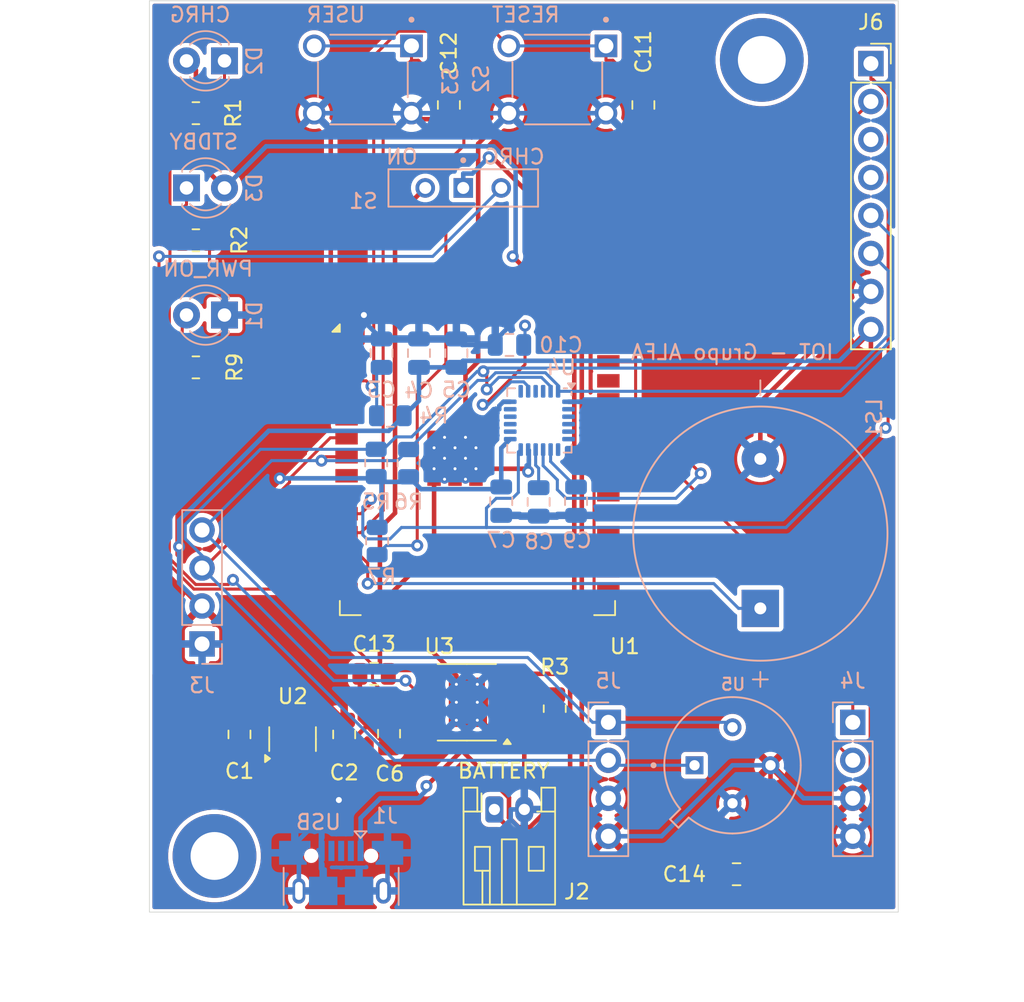
<source format=kicad_pcb>
(kicad_pcb (version 20241229) (generator "pcbnew") (generator_version "9.0")
  (layers (0 "F.Cu" signal) (2 "B.Cu" signal) (13 "F.Paste" user) (15 "B.Paste" user) (5 "F.SilkS" user "F.Silkscreen") (7 "B.SilkS" user "B.Silkscreen") (1 "F.Mask" user) (3 "B.Mask" user) (25 "Edge.Cuts" user))
  (net 0 "")
  (net 1 "Net-(U2-EN)")
  (net 2 "GND")
  (net 3 "3.3V")
  (net 4 "EN")
  (net 5 "5V")
  (net 6 "Net-(U4-REGOUT)")
  (net 7 "Net-(U4-VLOGIC)")
  (net 8 "Net-(U4-CPOUT)")
  (net 9 "BUTTON")
  (net 10 "B+_CHRG")
  (net 11 "Net-(D1-A)")
  (net 12 "Net-(D2-K)")
  (net 13 "Net-(D3-K)")
  (net 17 "B+")
  (net 18 "SDA")
  (net 19 "SCL")
  (net 20 "RXD0")
  (net 21 "TXD0")
  (net 22 "BUZZ+")
  (net 23 "CHRG_LED")
  (net 24 "STDBY_LED")
  (net 25 "Net-(U3-PROG)")
  (net 39 "AD0")
  (net 49 "INT")
  (footprint "Resistor_SMD:R_0805_2012Metric" (layer "F.Cu") (at 46.0875 46.5)
    (property "Reference" "R2")
    (property "Value" "1k")
  )
  (footprint "MountingHole:MountingHole_3.2mm_M3_DIN965_Pad" (layer "F.Cu") (at 47.331758 87.678711)
    (property "Reference" "REF**" (hide yes))
    (property "Value" "MountingHole_3.2mm_M3_DIN965_Pad")
  )
  (footprint "Capacitor_SMD:C_0805_2012Metric" (layer "F.Cu") (at 59 79.5 -90)
    (property "Reference" "C6")
    (property "Value" "100nF")
  )
  (footprint "RF_Module:ESP32-WROOM-32E-USER" (layer "F.Cu") (at 64.91 58.62)
    (property "Reference" "U1")
    (property "Value" "ESP32-WROOM-32E")
  )
  (footprint "Resistor_SMD:R_0805_2012Metric" (layer "F.Cu") (at 46.0875 55 180)
    (property "Reference" "R9")
    (property "Value" "1k")
  )
  (footprint "Capacitor_SMD:C_0805_2012Metric" (layer "F.Cu") (at 76 37.45 -90)
    (property "Reference" "C11")
    (property "Value" "0.1u")
  )
  (footprint "Capacitor_SMD:C_0805_2012Metric" (layer "F.Cu") (at 49 79.55 90)
    (property "Reference" "C1")
    (property "Value" "1u")
  )
  (footprint "Capacitor_SMD:C_0805_2012Metric" (layer "F.Cu") (at 56 79.55 -90)
    (property "Reference" "C2")
    (property "Value" "1u")
  )
  (footprint "Connector_JST:JST_PH_S2B-PH-K_1x02_P2.00mm_Horizontal" (layer "F.Cu") (at 66.04 84.568)
    (property "Reference" "J2")
    (property "Value" "Conn_01x02_Socket")
  )
  (footprint "Package_SO:SOIC-8-1EP_3.9x4.9mm_P1.27mm_EP2.41x3.3mm_ThermalVias" (layer "F.Cu") (at 64.2 77.4 180)
    (property "Reference" "U3")
    (property "Value" "TP4056-42-ESOP8")
  )
  (footprint "MountingHole:MountingHole_3.2mm_M3_DIN965_Pad" (layer "F.Cu") (at 83.917682 34.436394)
    (property "Reference" "REF**" (hide yes))
    (property "Value" "MountingHole_3.2mm_M3_DIN965_Pad")
  )
  (footprint "Connector_PinSocket_2.54mm:PinSocket_1x08_P2.54mm_Vertical" (layer "F.Cu") (at 91.2121 34.6811)
    (property "Reference" "J6")
    (property "Value" "Conn_01x08_Socket")
  )
  (footprint "Package_TO_SOT_SMD:SOT-23-5" (layer "F.Cu") (at 52.55 79.8625 90)
    (property "Reference" "U2")
    (property "Value" "AP2112K-3.3")
  )
  (footprint "Resistor_SMD:R_0805_2012Metric" (layer "F.Cu") (at 46.0875 38 180)
    (property "Reference" "R1")
    (property "Value" "1k")
  )
  (footprint "Capacitor_SMD:C_0805_2012Metric" (layer "F.Cu") (at 63 37.45 -90)
    (property "Reference" "C12")
    (property "Value" "100n")
  )
  (footprint "Resistor_SMD:R_0805_2012Metric" (layer "F.Cu") (at 70.0768 77.8275 -90)
    (property "Reference" "R3")
    (property "Value" "4k")
  )
  (footprint "Capacitor_SMD:C_0805_2012Metric" (layer "F.Cu") (at 58 75.5 180)
    (property "Reference" "C13")
    (property "Value" "10")
  )
  (footprint "Capacitor_SMD:C_0805_2012Metric" (layer "F.Cu") (at 82.23 88.9 180)
    (property "Reference" "C14")
    (property "Value" "100n")
  )
  (footprint "Connector_USB:USB_Micro-B_XKB_U254-051T-4BH83-F1S" (layer "B.Cu") (at 55.797299 89.627066 180)
    (property "Reference" "J1")
    (property "Value" "USB_B_Micro")
  )
  (footprint "LED_THT:LED_D3.0mm" (layer "B.Cu") (at 48 51.5 180)
    (property "Reference" "D1")
    (property "Value" "LED GREEN")
  )
  (footprint "Capacitor_SMD:C_0805_2012Metric" (layer "B.Cu") (at 58.5 54.05 90)
    (property "Reference" "C3")
    (property "Value" "1u")
  )
  (footprint "Connector_PinSocket_2.54mm:PinSocket_1x04_P2.54mm_Vertical" (layer "B.Cu") (at 90 78.74 180)
    (property "Reference" "J4")
    (property "Value" "Conn_01x04_Socket")
  )
  (footprint "Capacitor_SMD:C_0805_2012Metric" (layer "B.Cu") (at 61 54.05 90)
    (property "Reference" "C4")
    (property "Value" "0.1u")
  )
  (footprint "TS02-66-60-BK-160-LCR-D:SW_TS02-66-60-BK-160-LCR-D" (layer "B.Cu") (at 70.25 35.75 180)
    (property "Reference" "S2")
    (property "Value" "TS02-66-60-BK-160-LCR-D")
  )
  (footprint "Capacitor_SMD:C_0805_2012Metric" (layer "B.Cu") (at 66.5 63.95 -90)
    (property "Reference" "C7")
    (property "Value" "0.1u")
  )
  (footprint "Resistor_SMD:R_0805_2012Metric" (layer "B.Cu") (at 59.0839 58.2364 180)
    (property "Reference" "R4")
    (property "Value" "10k")
  )
  (footprint "Resistor_SMD:R_0805_2012Metric" (layer "B.Cu") (at 60.3059 61.406 90)
    (property "Reference" "R6")
    (property "Value" "2.2k")
  )
  (footprint "Connector_PinSocket_2.54mm:PinSocket_1x04_P2.54mm_Vertical" (layer "B.Cu") (at 73.66 78.74 180)
    (property "Reference" "J5")
    (property "Value" "Conn_01x04_Socket")
  )
  (footprint "Capacitor_SMD:C_0805_2012Metric" (layer "B.Cu") (at 63.5 54.05 90)
    (property "Reference" "C5")
    (property "Value" "22u")
  )
  (footprint "Capacitor_SMD:C_0805_2012Metric" (layer "B.Cu") (at 67.05 53.5 180)
    (property "Reference" "C10")
    (property "Value" "2.2n")
  )
  (footprint "LED_THT:LED_D3.0mm" (layer "B.Cu") (at 45.46 43)
    (property "Reference" "D3")
    (property "Value" "LED BLUE")
  )
  (footprint "Capacitor_SMD:C_0805_2012Metric" (layer "B.Cu") (at 69 64 -90)
    (property "Reference" "C8")
    (property "Value" "0.1u")
  )
  (footprint "CPT-1796-3TH:SPKR_CPT-1796-3TH" (layer "B.Cu") (at 83.82 66.12 90)
    (property "Reference" "LS1")
    (property "Value" "CPT-1796-3TH")
  )
  (footprint "Resistor_SMD:R_0805_2012Metric" (layer "B.Cu") (at 58.1409 61.3923 90)
    (property "Reference" "R5")
    (property "Value" "2.2k")
  )
  (footprint "LED_THT:LED_D3.0mm" (layer "B.Cu") (at 48 34.5 180)
    (property "Reference" "D2")
    (property "Value" "LED RED")
  )
  (footprint "Sensor_Motion:InvenSense_QFN-24_4x4mm_P0.5mm" (layer "B.Cu") (at 69.05 58.55 180)
    (property "Reference" "U4")
    (property "Value" "MPU-6050")
  )
  (footprint "Connector_PinSocket_2.54mm:PinSocket_1x04_P2.54mm_Vertical" (layer "B.Cu") (at 46.5 73.5)
    (property "Reference" "J3")
    (property "Value" "Conn_01x04_Socket")
  )
  (footprint "Capacitor_SMD:C_0805_2012Metric" (layer "B.Cu") (at 71.5 63.95 -90)
    (property "Reference" "C9")
    (property "Value" "10n")
  )
  (footprint "MSS-102559-14A-D:SW_MSS-102559-14A-D" (layer "B.Cu") (at 63.96 43)
    (property "Reference" "S1")
    (property "Value" "MSS-102559-14A-D")
  )
  (footprint "Resistor_SMD:R_0805_2012Metric" (layer "B.Cu") (at 58.2033 66.6158 -90)
    (property "Reference" "R7")
    (property "Value" "5k")
  )
  (footprint "TS02-66-60-BK-160-LCR-D:SW_TS02-66-60-BK-160-LCR-D" (layer "B.Cu") (at 57.25 35.75 180)
    (property "Reference" "S3")
    (property "Value" "TS02-66-60-BK-160-LCR-D")
  )
  (footprint "MLX90614ESF-AAA-000-TU:TO254P912H435-4" (layer "B.Cu") (at 81.96 81.6137)
    (property "Reference" "U5")
    (property "Value" "MLX90614ESF-AAA-000-TU")
  )
  (gr_rect (start 42.98 30.48) (end 93.040426 91.434509) (stroke (width 0.05)) (fill no) (layer "Edge.Cuts"))
  (gr_text "BATTERY" (at 63.5 82.569487 0) (layer "F.SilkS") (effects (font (size 1 1)) (justify left bottom)))
  (gr_text "ON\n" (at 61 41.5 -0) (layer "B.SilkS") (effects (font (size 1 1)) (justify left bottom mirror)))
  (gr_text "USB" (at 55.88 86 0) (layer "B.SilkS") (effects (font (size 1 1)) (justify left bottom mirror)))
  (gr_text "CHRG" (at 69.5 41.5 -0) (layer "B.SilkS") (effects (font (size 1 1)) (justify left bottom mirror)))
  (gr_text "PWR_ON" (at 50 49 0) (layer "B.SilkS") (effects (font (size 1 1)) (justify left bottom mirror)))
  (gr_text "RESET" (at 70.5 32 0) (layer "B.SilkS") (effects (font (size 1 1)) (justify left bottom mirror)))
  (gr_text "IOT - Grupo ALFA" (at 88.801282 54.578086 0) (layer "B.SilkS") (effects (font (size 1 1)) (justify left bottom mirror)))
  (gr_text "USER" (at 57.5 32 0) (layer "B.SilkS") (effects (font (size 1 1)) (justify left bottom mirror)))
  (gr_text "STDBY" (at 49 40.5 0) (layer "B.SilkS") (effects (font (size 1 1)) (justify left bottom mirror)))
  (gr_text "CHRG" (at 48.5 32 0) (layer "B.SilkS") (effects (font (size 1 1)) (justify left bottom mirror)))
  (segment (start 43.6207 75.1207) (end 43.6207 47.5792) (width 0.2032) (layer "F.Cu") (net 1))
  (segment (start 52.9017 81.97) (end 52.2289 81.97) (width 0.2032) (layer "F.Cu") (net 1))
  (segment (start 52.2289 81.97) (end 51.6 81.3411) (width 0.2032) (layer "F.Cu") (net 1))
  (segment (start 49.5 81) (end 49 80.5) (width 0.2032) (layer "F.Cu") (net 1))
  (segment (start 51.6 81.3411) (end 51.6 81) (width 0.2032) (layer "F.Cu") (net 1))
  (segment (start 53.5 81) (end 53.5 81.3717) (width 0.2032) (layer "F.Cu") (net 1))
  (segment (start 53.5 81.3717) (end 52.9017 81.97) (width 0.2032) (layer "F.Cu") (net 1))
  (segment (start 51.6 81) (end 49.5 81) (width 0.2032) (layer "F.Cu") (net 1))
  (segment (start 49 80.5) (end 43.6207 75.1207) (width 0.2032) (layer "F.Cu") (net 1))
  (via (at 43.6207 47.5792) (size 0.8) (drill 0.4) (layers "F.Cu" "B.Cu") (net 1))
  (segment (start 43.6207 47.5792) (end 61.9208 47.5792) (width 0.2032) (layer "B.Cu") (net 1))
  (segment (start 61.9208 47.5792) (end 66.5 43) (width 0.2032) (layer "B.Cu") (net 1))
  (segment (start 66.675 76.765) (end 65.465 76.765) (width 0.3048) (layer "F.Cu") (net 2))
  (segment (start 63 38.4) (end 60.9 38.4) (width 0.3048) (layer "F.Cu") (net 2))
  (segment (start 59.195 70.5917) (end 59.195 71.12) (width 0.3048) (layer "F.Cu") (net 2))
  (segment (start 81.28 88.9) (end 81.28 84.8337) (width 0.3048) (layer "F.Cu") (net 2))
  (segment (start 91.2121 49.9211) (end 83.82 57.3132) (width 0.3048) (layer "F.Cu") (net 2))
  (segment (start 64.81 59.68) (end 64.81 60.38) (width 0.3048) (layer "F.Cu") (net 2))
  (segment (start 63.5 78.6) (end 63.5 77.4) (width 0.3048) (layer "F.Cu") (net 2))
  (segment (start 62.01 62.48) (end 62.01 61.78) (width 0.3048) (layer "F.Cu") (net 2))
  (segment (start 57.525 78.975) (end 59 80.45) (width 0.3048) (layer "F.Cu") (net 2))
  (segment (start 56 80.5) (end 55.6445 80.5) (width 0.3048) (layer "F.Cu") (net 2))
  (segment (start 59.195 72.1765) (end 60.0589 72.1765) (width 0.3048) (layer "F.Cu") (net 2))
  (segment (start 74.7165 39.2165) (end 75.1835 39.2165) (width 0.3048) (layer "F.Cu") (net 2))
  (segment (start 64.11 61.08) (end 64.11 62.48) (width 0.3048) (layer "F.Cu") (net 2))
  (segment (start 50.2625 79.8625) (end 51.809 79.8625) (width 0.3048) (layer "F.Cu") (net 2))
  (segment (start 59.195 70.5917) (end 59.195 70.0635) (width 0.3048) (layer "F.Cu") (net 2))
  (segment (start 52.55 80.6035) (end 52.55 81) (width 0.3048) (layer "F.Cu") (net 2))
  (segment (start 60.0589 72.1765) (end 63.5 75.6176) (width 0.3048) (layer "F.Cu") (net 2))
  (segment (start 59.195 71.12) (end 59.195 72.1765) (width 0.3048) (layer "F.Cu") (net 2))
  (segment (start 57.05 75.5) (end 57.05 78.5) (width 0.3048) (layer "F.Cu") (net 2))
  (segment (start 55.6445 80.5) (end 55.1707 80.0262) (width 0.3048) (layer "F.Cu") (net 2))
  (segment (start 62.01 60.38) (end 62.01 61.08) (width 0.3048) (layer "F.Cu") (net 2))
  (segment (start 53.1273 80.0262) (end 52.55 80.6035) (width 0.3048) (layer "F.Cu") (net 2))
  (segment (start 68.04 84.568) (end 68.04 80.67) (width 0.3048) (layer "F.Cu") (net 2))
  (segment (start 65.3929 77.6956) (end 65.465 77.6235) (width 0.3048) (layer "F.Cu") (net 2))
  (segment (start 64.81 61.78) (end 64.81 62.48) (width 0.3048) (layer "F.Cu") (net 2))
  (segment (start 75.1835 39.2165) (end 76 38.4) (width 0.3048) (layer "F.Cu") (net 2))
  (segment (start 46.5 73.5) (end 46.5 74.6565) (width 0.3048) (layer "F.Cu") (net 2))
  (segment (start 64.9582 40.0418) (end 64.9582 54.6111) (width 0.3048) (layer "F.Cu") (net 2))
  (segment (start 65.3944 78.3759) (end 65.3929 78.3744) (width 0.3048) (layer "F.Cu") (net 2))
  (segment (start 57.3188 51.5) (end 57.2165 51.6023) (width 0.3048) (layer "F.Cu") (net 2))
  (segment (start 65.3929 78.3744) (end 65.3929 77.6956) (width 0.3048) (layer "F.Cu") (net 2))
  (segment (start 55.6445 80.5) (end 55.6445 83.937) (width 0.3048) (layer "F.Cu") (net 2))
  (segment (start 56.16 53.36) (end 57.2165 53.36) (width 0.3048) (layer "F.Cu") (net 2))
  (segment (start 55.1035 39.1035) (end 54 38) (width 0.3048) (layer "F.Cu") (net 2))
  (segment (start 65.3944 78.8631) (end 65.3944 78.3759) (width 0.3048) (layer "F.Cu") (net 2))
  (segment (start 63.5 76.2) (end 63.5 77.4) (width 0.3048) (layer "F.Cu") (net 2))
  (segment (start 65.8363 79.305) (end 65.3944 78.8631) (width 0.3048) (layer "F.Cu") (net 2))
  (segment (start 68.04 80.67) (end 66.675 79.305) (width 0.3048) (layer "F.Cu") (net 2))
  (segment (start 63.5 75.6176) (end 63.5 76.2) (width 0.3048) (layer "F.Cu") (net 2))
  (segment (start 64.81 61.78) (end 64.81 61.08) (width 0.3048) (layer "F.Cu") (net 2))
  (segment (start 57.05 78.5) (end 57.525 78.975) (width 0.3048) (layer "F.Cu") (net 2))
  (segment (start 56.16 53.36) (end 55.1035 53.36) (width 0.3048) (layer "F.Cu") (net 2))
  (segment (start 81.28 84.8337) (end 81.96 84.1537) (width 0.3048) (layer "F.Cu") (net 2))
  (segment (start 63.41 59.68) (end 63.41 60.38) (width 0.3048) (layer "F.Cu") (net 2))
  (segment (start 59.195 70.0635) (end 62.01 67.2485) (width 0.3048) (layer "F.Cu") (net 2))
  (segment (start 63.41 62.48) (end 63.41 61.78) (width 0.3048) (layer "F.Cu") (net 2))
  (segment (start 64.2 77.4) (end 64.9 77.4) (width 0.3048) (layer "F.Cu") (net 2))
  (segment (start 64.9582 54.6111) (end 64.11 55.4593) (width 0.3048) (layer "F.Cu") (net 2))
  (segment (start 64.11 55.4593) (end 64.11 59.68) (width 0.3048) (layer "F.Cu") (net 2))
  (segment (start 49 78.6) (end 50.2625 79.8625) (width 0.3048) (layer "F.Cu") (net 2))
  (segment (start 67 38) (end 64.9582 40.0418) (width 0.3048) (layer "F.Cu") (net 2))
  (segment (start 55.1707 80.0262) (end 53.1273 80.0262) (width 0.3048) (layer "F.Cu") (net 2))
  (segment (start 73.5 38) (end 74.7165 39.2165) (width 0.3048) (layer "F.Cu") (net 2))
  (segment (start 62.01 61.08) (end 62.01 61.78) (width 0.3048) (layer "F.Cu") (net 2))
  (segment (start 64.9 77.4) (end 64.9 76.2) (width 0.3048) (layer "F.Cu") (net 2))
  (segment (start 66.825 76.915) (end 66.675 76.765) (width 0.3048) (layer "F.Cu") (net 2))
  (segment (start 68.3 61.9745) (end 68.1055 61.78) (width 0.3048) (layer "F.Cu") (net 2))
  (segment (start 83.82 57.3132) (end 83.82 61.12) (width 0.3048) (layer "F.Cu") (net 2))
  (segment (start 73.66 53.36) (end 74.7165 53.36) (width 0.3048) (layer "F.Cu") (net 2))
  (segment (start 68.1055 61.78) (end 64.81 61.78) (width 0.3048) (layer "F.Cu") (net 2))
  (segment (start 65.465 76.765) (end 64.9 76.2) (width 0.3048) (layer "F.Cu") (net 2))
  (segment (start 56 80.5) (end 57.525 78.975) (width 0.3048) (layer "F.Cu") (net 2))
  (segment (start 60.9 38.4) (end 60.5 38) (width 0.3048) (layer "F.Cu") (net 2))
  (segment (start 46.5 76.1) (end 49 78.6) (width 0.3048) (layer "F.Cu") (net 2))
  (segment (start 62.01 59.68) (end 62.01 60.38) (width 0.3048) (layer "F.Cu") (net 2))
  (segment (start 62.01 67.2485) (end 62.01 62.48) (width 0.3048) (layer "F.Cu") (net 2))
  (segment (start 51.809 79.8625) (end 52.55 80.6035) (width 0.3048) (layer "F.Cu") (net 2))
  (segment (start 70.0768 76.915) (end 66.825 76.915) (width 0.3048) (layer "F.Cu") (net 2))
  (segment (start 57.2165 51.6023) (end 57.2165 53.36) (width 0.3048) (layer "F.Cu") (net 2))
  (segment (start 64.81 61.08) (end 64.81 60.38) (width 0.3048) (layer "F.Cu") (net 2))
  (segment (start 46.5 74.6565) (end 46.5 76.1) (width 0.3048) (layer "F.Cu") (net 2))
  (segment (start 55.1035 53.36) (end 55.1035 39.1035) (width 0.3048) (layer "F.Cu") (net 2))
  (segment (start 64.9 78.6) (end 64.9 77.4) (width 0.3048) (layer "F.Cu") (net 2))
  (segment (start 74.7165 39.2165) (end 74.7165 53.36) (width 0.3048) (layer "F.Cu") (net 2))
  (segment (start 66.675 79.305) (end 65.8363 79.305) (width 0.3048) (layer "F.Cu") (net 2))
  (segment (start 65.465 77.6235) (end 65.465 76.765) (width 0.3048) (layer "F.Cu") (net 2))
  (segment (start 63.41 60.38) (end 63.41 61.08) (width 0.3048) (layer "F.Cu") (net 2))
  (segment (start 62.71 59.68) (end 62.71 61.08) (width 0.3048) (layer "F.Cu") (net 2))
  (segment (start 63.41 61.08) (end 63.41 61.78) (width 0.3048) (layer "F.Cu") (net 2))
  (via (at 55.6445 83.937) (size 0.8) (drill 0.4) (layers "F.Cu" "B.Cu") (net 2))
  (via (at 57.3188 51.5) (size 0.8) (drill 0.4) (layers "F.Cu" "B.Cu") (net 2))
  (via (at 68.3 61.9745) (size 0.8) (drill 0.4) (layers "F.Cu" "B.Cu") (net 2))
  (segment (start 58.622299 90.017066) (end 56.997299 90.017066) (width 0.3048) (layer "B.Cu") (net 2))
  (segment (start 66.368 57.8023) (end 66.368 57.5702) (width 0.3004) (layer "B.Cu") (net 2))
  (segment (start 67.1335 84.568) (end 67.1335 85.2479) (width 0.3048) (layer "B.Cu") (net 2))
  (segment (start 91.2121 49.9211) (end 69.3747 49.9211) (width 0.3048) (layer "B.Cu") (net 2))
  (segment (start 57.3188 51.9188) (end 57.3188 51.5) (width 0.3048) (layer "B.Cu") (net 2))
  (segment (start 52.972299 87.742066) (end 52.697299 87.467066) (width 0.3048) (layer "B.Cu") (net 2))
  (segment (start 68.3447 60.5447) (end 68.3 60.5) (width 0.3004) (layer "B.Cu") (net 2))
  (segment (start 63.5 77.4) (end 64.2 77.4) (width 0.3048) (layer "B.Cu") (net 2))
  (segment (start 73.5 38) (end 67 38) (width 0.3048) (layer "B.Cu") (net 2))
  (segment (start 63.41 60.38) (end 62.01 60.38) (width 0.3048) (layer "B.Cu") (net 2))
  (segment (start 90 86.36) (end 84.1663 86.36) (width 0.3048) (layer "B.Cu") (net 2))
  (segment (start 67.1 57.3) (end 66.6432 57.3) (width 0.3048) (layer "B.Cu") (net 2))
  (segment (start 64.11 61.08) (end 63.41 61.08) (width 0.3048) (layer "B.Cu") (net 2))
  (segment (start 64.9 77.4) (end 64.2 77.4) (width 0.3048) (layer "B.Cu") (net 2))
  (segment (start 61 53.1) (end 63.5 53.1) (width 0.3048) (layer "B.Cu") (net 2))
  (segment (start 71.5 64.9) (end 80.04 64.9) (width 0.3048) (layer "B.Cu") (net 2))
  (segment (start 81.96 84.1537) (end 78.5878 87.5259) (width 0.3048) (layer "B.Cu") (net 2))
  (segment (start 71.5 64.9) (end 71.45 64.95) (width 0.3048) (layer "B.Cu") (net 2))
  (segment (start 54 38) (end 60.5 38) (width 0.3048) (layer "B.Cu") (net 2))
  (segment (start 52.697299 86.884201) (end 54.497299 85.084201) (width 0.3048) (layer "B.Cu") (net 2))
  (segment (start 67.1335 85.2479) (end 64.9545 87.4269) (width 0.3048) (layer "B.Cu") (net 2))
  (segment (start 66.368 57.8023) (end 65.9877 57.8023) (width 0.3048) (layer "B.Cu") (net 2))
  (segment (start 52.697299 87.467066) (end 52.697299 86.884201) (width 0.3048) (layer "B.Cu") (net 2))
  (segment (start 54.497299 87.342066) (end 54.497299 85.084201) (width 0.3048) (layer "B.Cu") (net 2))
  (segment (start 54.597299 90.017066) (end 52.972299 90.017066) (width 0.3048) (layer "B.Cu") (net 2))
  (segment (start 56.997299 90.017066) (end 54.597299 90.017066) (width 0.3048) (layer "B.Cu") (net 2))
  (segment (start 69 64.95) (end 66.55 64.95) (width 0.3048) (layer "B.Cu") (net 2))
  (segment (start 78.5878 87.5259) (end 69.4115 87.5259) (width 0.3048) (layer "B.Cu") (net 2))
  (segment (start 64.81 61.78) (end 63.41 61.78) (width 0.3048) (layer "B.Cu") (net 2))
  (segment (start 68.04 84.568) (end 72.912 84.568) (width 0.3048) (layer "B.Cu") (net 2))
  (segment (start 58.897299 89.742066) (end 58.622299 90.017066) (width 0.3048) (layer "B.Cu") (net 2))
  (segment (start 68.3447 61.1892) (end 68.3447 60.5447) (width 0.3004) (layer "B.Cu") (net 2))
  (segment (start 66.368 57.5702) (end 66.6382 57.3) (width 0.3004) (layer "B.Cu") (net 2))
  (segment (start 54.497299 85.084201) (end 55.6445 83.937) (width 0.3048) (layer "B.Cu") (net 2))
  (segment (start 66.1 53.1958) (end 66.1 53.5) (width 0.3048) (layer "B.Cu") (net 2))
  (segment (start 63.9 53.5) (end 63.5 53.1) (width 0.3048) (layer "B.Cu") (net 2))
  (segment (start 68.3447 61.1892) (end 68.3447 61.9298) (width 0.3048) (layer "B.Cu") (net 2))
  (segment (start 48 51.5) (end 57.3188 51.5) (width 0.3048) (layer "B.Cu") (net 2))
  (segment (start 71.45 64.95) (end 69 64.95) (width 0.3048) (layer "B.Cu") (net 2))
  (segment (start 65.9877 57.8023) (end 64.11 59.68) (width 0.3048) (layer "B.Cu") (net 2))
  (segment (start 69.3747 49.9211) (end 66.1 53.1958) (width 0.3048) (layer "B.Cu") (net 2))
  (segment (start 62.71 59.68) (end 64.11 59.68) (width 0.3048) (layer "B.Cu") (net 2))
  (segment (start 66.6382 57.3) (end 66.6432 57.3) (width 0.3004) (layer "B.Cu") (net 2))
  (segment (start 66.1 53.5) (end 63.9 53.5) (width 0.3048) (layer "B.Cu") (net 2))
  (segment (start 69.4115 87.5259) (end 67.1335 85.2479) (width 0.3048) (layer "B.Cu") (net 2))
  (segment (start 72.912 84.568) (end 73.66 83.82) (width 0.3048) (layer "B.Cu") (net 2))
  (segment (start 58.5 53.1) (end 61 53.1) (width 0.3048) (layer "B.Cu") (net 2))
  (segment (start 58.5 53.1) (end 57.3188 51.9188) (width 0.3048) (layer "B.Cu") (net 2))
  (segment (start 84.1663 86.36) (end 81.96 84.1537) (width 0.3048) (layer "B.Cu") (net 2))
  (segment (start 60.5 38) (end 67 38) (width 0.3048) (layer "B.Cu") (net 2))
  (segment (start 63.41 60.38) (end 63.41 61.08) (width 0.3048) (layer "B.Cu") (net 2))
  (segment (start 52.972299 90.017066) (end 52.972299 87.742066) (width 0.3048) (layer "B.Cu") (net 2))
  (segment (start 63.41 61.08) (end 62.71 61.08) (width 0.3048) (layer "B.Cu") (net 2))
  (segment (start 68.04 84.568) (end 67.1335 84.568) (width 0.3048) (layer "B.Cu") (net 2))
  (segment (start 80 57.3) (end 83.82 61.12) (width 0.3048) (layer "B.Cu") (net 2))
  (segment (start 66.55 64.95) (end 66.5 64.9) (width 0.3048) (layer "B.Cu") (net 2))
  (segment (start 62.71 62.48) (end 64.11 62.48) (width 0.3048) (layer "B.Cu") (net 2))
  (segment (start 68.3447 61.9298) (end 68.3 61.9745) (width 0.3048) (layer "B.Cu") (net 2))
  (segment (start 58.897299 87.467066) (end 58.897299 89.742066) (width 0.3048) (layer "B.Cu") (net 2))
  (segment (start 80.04 64.9) (end 83.82 61.12) (width 0.3048) (layer "B.Cu") (net 2))
  (segment (start 71 57.3) (end 80 57.3) (width 0.3048) (layer "B.Cu") (net 2))
  (segment (start 46.5 70.96) (end 51.5999 76.0599) (width 0.3048) (layer "F.Cu") (net 3))
  (segment (start 84.5 81.6137) (end 84.5 87.58) (width 0.3048) (layer "F.Cu") (net 3))
  (segment (start 53.3635 60.7487) (end 53.3635 54.63) (width 0.3048) (layer "F.Cu") (net 3))
  (segment (start 51.5999 77.7286) (end 51.6 77.7286) (width 0.3048) (layer "F.Cu") (net 3))
  (segment (start 51.6 77.7286) (end 55.1286 77.7286) (width 0.3048) (layer "F.Cu") (net 3))
  (segment (start 84.5 87.58) (end 83.18 88.9) (width 0.3048) (layer "F.Cu") (net 3))
  (segment (start 44.968 57.032) (end 47 55) (width 0.3048) (layer "F.Cu") (net 3))
  (segment (start 44.968 66.9873) (end 44.968 57.032) (width 0.3048) (layer "F.Cu") (net 3))
  (segment (start 91.2121 82.6079) (end 91.2121 52.4611) (width 0.3048) (layer "F.Cu") (net 3))
  (segment (start 52.9935 55) (end 53.3635 54.63) (width 0.3048) (layer "F.Cu") (net 3))
  (segment (start 90 83.82) (end 91.2121 82.6079) (width 0.3048) (layer "F.Cu") (net 3))
  (segment (start 51.6925 62.4197) (end 53.3635 60.7487) (width 0.3048) (layer "F.Cu") (net 3))
  (segment (start 51.5999 76.0599) (end 51.5999 77.7286) (width 0.3048) (layer "F.Cu") (net 3))
  (segment (start 51.6 77.7286) (end 51.6 78.725) (width 0.3048) (layer "F.Cu") (net 3))
  (segment (start 47 55) (end 52.9935 55) (width 0.3048) (layer "F.Cu") (net 3))
  (segment (start 56.16 54.63) (end 53.3635 54.63) (width 0.3048) (layer "F.Cu") (net 3))
  (segment (start 46.7935 54.7935) (end 47 55) (width 0.3048) (layer "F.Cu") (net 3))
  (segment (start 55.1286 77.7286) (end 56 78.6) (width 0.3048) (layer "F.Cu") (net 3))
  (via (at 44.968 66.9873) (size 0.8) (drill 0.4) (layers "F.Cu" "B.Cu") (net 3))
  (via (at 51.6925 62.4197) (size 0.8) (drill 0.4) (layers "F.Cu" "B.Cu") (net 3))
  (segment (start 58.2558 62.4197) (end 58.1409 62.4197) (width 0.3048) (layer "B.Cu") (net 3))
  (segment (start 58.4943 62.6582) (end 59.9662 62.6582) (width 0.3048) (layer "B.Cu") (net 3))
  (segment (start 58.4943 62.6582) (end 58.2558 62.4197) (width 0.3048) (layer "B.Cu") (net 3))
  (segment (start 58.1409 62.4197) (end 58.1409 62.3048) (width 0.3048) (layer "B.Cu") (net 3))
  (segment (start 58.1409 62.4197) (end 51.6925 62.4197) (width 0.3048) (layer "B.Cu") (net 3))
  (segment (start 58.2033 65.7033) (end 58.4943 65.4123) (width 0.3048) (layer "B.Cu") (net 3))
  (segment (start 66.5 63) (end 66.3548 63.1452) (width 0.3048) (layer "B.Cu") (net 3))
  (segment (start 61 55) (end 63.5 55) (width 0.3048) (layer "B.Cu") (net 3))
  (segment (start 63.9397 54.5603) (end 63.5 55) (width 0.3048) (layer "B.Cu") (net 3))
  (segment (start 66.5 60.4) (end 66.5 63) (width 0.3048) (layer "B.Cu") (net 3))
  (segment (start 44.968 65.2325) (end 44.968 66.9873) (width 0.3048) (layer "B.Cu") (net 3))
  (segment (start 77.2137 86.36) (end 81.96 81.6137) (width 0.3048) (layer "B.Cu") (net 3))
  (segment (start 58.9889 59.2439) (end 50.9566 59.2439) (width 0.3048) (layer "B.Cu") (net 3))
  (segment (start 61 55) (end 61 57.2328) (width 0.3048) (layer "B.Cu") (net 3))
  (segment (start 59.9964 58.2364) (end 58.9889 59.2439) (width 0.3048) (layer "B.Cu") (net 3))
  (segment (start 91.2121 52.4611) (end 89.1129 54.5603) (width 0.3048) (layer "B.Cu") (net 3))
  (segment (start 58.4943 65.4123) (end 58.4943 62.6582) (width 0.3048) (layer "B.Cu") (net 3))
  (segment (start 73.66 86.36) (end 77.2137 86.36) (width 0.3048) (layer "B.Cu") (net 3))
  (segment (start 44.968 69.428) (end 44.968 66.9873) (width 0.3048) (layer "B.Cu") (net 3))
  (segment (start 84.5 81.6137) (end 86.7063 83.82) (width 0.3048) (layer "B.Cu") (net 3))
  (segment (start 46.5 70.96) (end 44.968 69.428) (width 0.3048) (layer "B.Cu") (net 3))
  (segment (start 66.3548 63.1452) (end 61.1326 63.1452) (width 0.3048) (layer "B.Cu") (net 3))
  (segment (start 86.7063 83.82) (end 90 83.82) (width 0.3048) (layer "B.Cu") (net 3))
  (segment (start 89.1129 54.5603) (end 63.9397 54.5603) (width 0.3048) (layer "B.Cu") (net 3))
  (segment (start 61.1326 63.1452) (end 60.3059 62.3185) (width 0.3048) (layer "B.Cu") (net 3))
  (segment (start 59.9662 62.6582) (end 60.3059 62.3185) (width 0.3048) (layer "B.Cu") (net 3))
  (segment (start 81.96 81.6137) (end 84.5 81.6137) (width 0.3048) (layer "B.Cu") (net 3))
  (segment (start 61 57.2328) (end 59.9964 58.2364) (width 0.3048) (layer "B.Cu") (net 3))
  (segment (start 67.1 59.8) (end 66.5 60.4) (width 0.3048) (layer "B.Cu") (net 3))
  (segment (start 50.9566 59.2439) (end 44.968 65.2325) (width 0.3048) (layer "B.Cu") (net 3))
  (segment (start 57.9745 34.1765) (end 59.631 32.52) (width 0.2032) (layer "F.Cu") (net 4))
  (segment (start 56.16 55.9) (end 57.4666 55.9) (width 0.2032) (layer "F.Cu") (net 4))
  (segment (start 59.631 32.52) (end 66.02 32.52) (width 0.2032) (layer "F.Cu") (net 4))
  (segment (start 57.9745 56.1173) (end 57.9745 34.1765) (width 0.2032) (layer "F.Cu") (net 4))
  (segment (start 57.4666 55.9) (end 57.8292 56.2626) (width 0.2032) (layer "F.Cu") (net 4))
  (segment (start 66.02 32.52) (end 67 33.5) (width 0.2032) (layer "F.Cu") (net 4))
  (segment (start 57.8292 56.2626) (end 57.9745 56.1173) (width 0.2032) (layer "F.Cu") (net 4))
  (segment (start 76 36.5) (end 73.9589 34.4589) (width 0.2032) (layer "F.Cu") (net 4))
  (segment (start 73.9589 34.4589) (end 73.5 34.4589) (width 0.2032) (layer "F.Cu") (net 4))
  (segment (start 73.5 33.5) (end 73.5 34.4589) (width 0.2032) (layer "F.Cu") (net 4))
  (via (at 57.8292 56.2626) (size 0.8) (drill 0.4) (layers "F.Cu" "B.Cu") (net 4))
  (segment (start 58.1714 56.2626) (end 58.1714 55.3286) (width 0.2032) (layer "B.Cu") (net 4))
  (segment (start 58.1714 58.2364) (end 58.1714 56.2626) (width 0.2032) (layer "B.Cu") (net 4))
  (segment (start 58.1714 55.3286) (end 58.5 55) (width 0.2032) (layer "B.Cu") (net 4))
  (segment (start 57.8292 56.2626) (end 58.1714 56.2626) (width 0.2032) (layer "B.Cu") (net 4))
  (segment (start 67 33.5) (end 73.5 33.5) (width 0.2032) (layer "B.Cu") (net 4))
  (segment (start 48 43) (end 46.0875 41.0875) (width 0.3048) (layer "F.Cu") (net 5))
  (segment (start 71.1038 83.0652) (end 68.4192 85.7498) (width 0.3048) (layer "F.Cu") (net 5))
  (segment (start 68.4192 85.7498) (end 67.6544 85.7498) (width 0.3048) (layer "F.Cu") (net 5))
  (segment (start 71.1038 75.495) (end 66.675 75.495) (width 0.3048) (layer "F.Cu") (net 5))
  (segment (start 59 78.55) (end 59.755 79.305) (width 0.3048) (layer "F.Cu") (net 5))
  (segment (start 71.1038 75.495) (end 71.1038 83.0652) (width 0.3048) (layer "F.Cu") (net 5))
  (segment (start 46.0875 35.1275) (end 45.46 34.5) (width 0.3048) (layer "F.Cu") (net 5))
  (segment (start 67.268 47.5792) (end 71.3815 51.6927) (width 0.3048) (layer "F.Cu") (net 5))
  (segment (start 71.3815 51.6927) (end 71.3815 75.2173) (width 0.3048) (layer "F.Cu") (net 5))
  (segment (start 61.5 83) (end 63.8685 80.6315) (width 0.3048) (layer "F.Cu") (net 5))
  (segment (start 63.8685 80.6315) (end 62.542 79.305) (width 0.3048) (layer "F.Cu") (net 5))
  (segment (start 67.0169 83.7799) (end 63.8685 80.6315) (width 0.3048) (layer "F.Cu") (net 5))
  (segment (start 59.755 79.305) (end 61.725 79.305) (width 0.3048) (layer "F.Cu") (net 5))
  (segment (start 62.542 79.305) (end 61.725 79.305) (width 0.3048) (layer "F.Cu") (net 5))
  (segment (start 67.0169 85.1123) (end 67.0169 83.7799) (width 0.3048) (layer "F.Cu") (net 5))
  (segment (start 46.0875 41.0875) (end 46.0875 35.1275) (width 0.3048) (layer "F.Cu") (net 5))
  (segment (start 71.3815 75.2173) (end 71.1038 75.495) (width 0.3048) (layer "F.Cu") (net 5))
  (segment (start 67.6544 85.7498) (end 67.0169 85.1123) (width 0.3048) (layer "F.Cu") (net 5))
  (via (at 61.5 83) (size 0.8) (drill 0.4) (layers "F.Cu" "B.Cu") (net 5))
  (via (at 67.268 47.5792) (size 0.8) (drill 0.4) (layers "F.Cu" "B.Cu") (net 5))
  (segment (start 61.5 83) (end 61.5 83.28) (width 0.3048) (layer "B.Cu") (net 5))
  (segment (start 67.4606 41.6875) (end 67.4606 47.3866) (width 0.3048) (layer "B.Cu") (net 5))
  (segment (start 50.7834 40.2166) (end 65.9897 40.2166) (width 0.3048) (layer "B.Cu") (net 5))
  (segment (start 57.097299 85.142701) (end 57.097299 87.342066) (width 0.3048) (layer "B.Cu") (net 5))
  (segment (start 58.42 83.82) (end 57.097299 85.142701) (width 0.3048) (layer "B.Cu") (net 5))
  (segment (start 65.9897 40.2166) (end 67.4606 41.6875) (width 0.3048) (layer "B.Cu") (net 5))
  (segment (start 48 43) (end 50.7834 40.2166) (width 0.3048) (layer "B.Cu") (net 5))
  (segment (start 60.96 83.82) (end 58.42 83.82) (width 0.3048) (layer "B.Cu") (net 5))
  (segment (start 61.5 83.28) (end 60.96 83.82) (width 0.3048) (layer "B.Cu") (net 5))
  (segment (start 67.4606 47.3866) (end 67.268 47.5792) (width 0.3048) (layer "B.Cu") (net 5))
  (segment (start 68.8 61.5472) (end 68.8 60.5) (width 0.2032) (layer "B.Cu") (net 6))
  (segment (start 69 63.05) (end 69 61.7472) (width 0.2032) (layer "B.Cu") (net 6))
  (segment (start 69 61.7472) (end 68.8 61.5472) (width 0.2032) (layer "B.Cu") (net 6))
  (segment (start 71.5 63) (end 69.8 61.3) (width 0.2032) (layer "B.Cu") (net 7))
  (segment (start 69.8 61.3) (end 69.8 60.5) (width 0.2032) (layer "B.Cu") (net 7))
  (segment (start 68.0885 52.2063) (end 68.0885 54.8094) (width 0.2032) (layer "F.Cu") (net 8))
  (segment (start 68.0885 54.8094) (end 65.3979 57.5) (width 0.2032) (layer "F.Cu") (net 8))
  (segment (start 65.3979 57.5) (end 65.2606 57.5) (width 0.2032) (layer "F.Cu") (net 8))
  (via (at 65.2606 57.5) (size 0.8) (drill 0.4) (layers "F.Cu" "B.Cu") (net 8))
  (via (at 68.0885 52.2063) (size 0.8) (drill 0.4) (layers "F.Cu" "B.Cu") (net 8))
  (segment (start 65.6217 57.5) (end 65.2606 57.5) (width 0.2032) (layer "B.Cu") (net 8))
  (segment (start 68.3 56.6) (end 68.3 56.2685) (width 0.2032) (layer "B.Cu") (net 8))
  (segment (start 68.0013 55.9698) (end 67.1519 55.9698) (width 0.2032) (layer "B.Cu") (net 8))
  (segment (start 67.1519 55.9698) (end 65.6217 57.5) (width 0.2032) (layer "B.Cu") (net 8))
  (segment (start 68.3 56.2685) (end 68.0013 55.9698) (width 0.2032) (layer "B.Cu") (net 8))
  (segment (start 68.0885 53.4115) (end 68.0885 52.2063) (width 0.2032) (layer "B.Cu") (net 8))
  (segment (start 68 53.5) (end 68.0885 53.4115) (width 0.2032) (layer "B.Cu") (net 8))
  (segment (start 60.5 33.5) (end 60.5 34.4589) (width 0.2032) (layer "F.Cu") (net 9))
  (segment (start 57.1149 66.06) (end 58.6054 64.5695) (width 0.2032) (layer "F.Cu") (net 9))
  (segment (start 60.9589 34.4589) (end 63 36.5) (width 0.2032) (layer "F.Cu") (net 9))
  (segment (start 62.7979 41.3668) (end 62.7979 54.7441) (width 0.2032) (layer "F.Cu") (net 9))
  (segment (start 56.16 66.06) (end 57.1149 66.06) (width 0.2032) (layer "F.Cu") (net 9))
  (segment (start 60.8844 56.6576) (end 60.8844 66.9146) (width 0.2032) (layer "F.Cu") (net 9))
  (segment (start 60.5 34.4589) (end 60.9589 34.4589) (width 0.2032) (layer "F.Cu") (net 9))
  (segment (start 64.0004 40.1643) (end 62.7979 41.3668) (width 0.2032) (layer "F.Cu") (net 9))
  (segment (start 63 36.5) (end 64.0004 37.5004) (width 0.2032) (layer "F.Cu") (net 9))
  (segment (start 62.7979 54.7441) (end 60.8844 56.6576) (width 0.2032) (layer "F.Cu") (net 9))
  (segment (start 58.6054 36.3535) (end 60.5 34.4589) (width 0.2032) (layer "F.Cu") (net 9))
  (segment (start 64.0004 37.5004) (end 64.0004 40.1643) (width 0.2032) (layer "F.Cu") (net 9))
  (segment (start 58.6054 64.5695) (end 58.6054 36.3535) (width 0.2032) (layer "F.Cu") (net 9))
  (via (at 60.8844 66.9146) (size 0.8) (drill 0.4) (layers "F.Cu" "B.Cu") (net 9))
  (segment (start 58.817 66.9146) (end 58.2033 67.5283) (width 0.2032) (layer "B.Cu") (net 9))
  (segment (start 60.8844 66.9146) (end 58.817 66.9146) (width 0.2032) (layer "B.Cu") (net 9))
  (segment (start 60.5 33.5) (end 54 33.5) (width 0.2032) (layer "B.Cu") (net 9))
  (segment (start 59.4006 64.7456) (end 58.3893 65.7569) (width 0.3048) (layer "F.Cu") (net 10))
  (segment (start 58.3893 74.9393) (end 58.95 75.5) (width 0.3048) (layer "F.Cu") (net 10))
  (segment (start 59.21 75.24) (end 58.95 75.5) (width 0.3048) (layer "F.Cu") (net 10))
  (segment (start 59.4006 45.0194) (end 59.4006 64.7456) (width 0.3048) (layer "F.Cu") (net 10))
  (segment (start 61.42 43) (end 59.4006 45.0194) (width 0.3048) (layer "F.Cu") (net 10))
  (segment (start 61.725 75.495) (end 61.47 75.24) (width 0.3048) (layer "F.Cu") (net 10))
  (segment (start 61.47 75.24) (end 59.21 75.24) (width 0.3048) (layer "F.Cu") (net 10))
  (segment (start 58.3893 65.7569) (end 58.3893 74.9393) (width 0.3048) (layer "F.Cu") (net 10))
  (segment (start 45.175 51.785) (end 45.46 51.5) (width 0.2032) (layer "F.Cu") (net 11))
  (segment (start 45.175 55) (end 45.175 51.785) (width 0.2032) (layer "F.Cu") (net 11))
  (segment (start 48 37) (end 47 38) (width 0.2032) (layer "F.Cu") (net 12))
  (segment (start 48 34.5) (end 48 37) (width 0.2032) (layer "F.Cu") (net 12))
  (segment (start 45.175 44.3899) (end 45.175 46.5) (width 0.2032) (layer "F.Cu") (net 13))
  (segment (start 45.46 44.1049) (end 45.175 44.3899) (width 0.2032) (layer "F.Cu") (net 13))
  (segment (start 45.46 43) (end 45.46 44.1049) (width 0.2032) (layer "F.Cu") (net 13))
  (segment (start 66.04 84.568) (end 66.04 84.8369) (width 0.3048) (layer "F.Cu") (net 17))
  (segment (start 71.8842 46.92) (end 65.9134 40.9492) (width 0.3048) (layer "F.Cu") (net 17))
  (segment (start 68.6092 86.2087) (end 71.8842 82.9337) (width 0.3048) (layer "F.Cu") (net 17))
  (segment (start 71.8842 82.9337) (end 71.8842 46.92) (width 0.3048) (layer "F.Cu") (net 17))
  (segment (start 65.9134 40.9492) (end 65.6647 40.9492) (width 0.3048) (layer "F.Cu") (net 17))
  (segment (start 67.4118 86.2087) (end 68.6092 86.2087) (width 0.3048) (layer "F.Cu") (net 17))
  (segment (start 66.04 84.8369) (end 67.4118 86.2087) (width 0.3048) (layer "F.Cu") (net 17))
  (via (at 65.6647 40.9492) (size 0.8) (drill 0.4) (layers "F.Cu" "B.Cu") (net 17))
  (segment (start 64.5744 42.0395) (end 65.6647 40.9492) (width 0.3048) (layer "B.Cu") (net 17))
  (segment (start 63.96 43) (end 63.96 42.0395) (width 0.3048) (layer "B.Cu") (net 17))
  (segment (start 63.96 42.0395) (end 64.5744 42.0395) (width 0.3048) (layer "B.Cu") (net 17))
  (segment (start 54.7386 60.98) (end 54.4805 61.2381) (width 0.2032) (layer "F.Cu") (net 18))
  (segment (start 56.16 60.98) (end 55.2051 60.98) (width 0.2032) (layer "F.Cu") (net 18))
  (segment (start 55.2051 60.98) (end 54.7386 60.98) (width 0.2032) (layer "F.Cu") (net 18))
  (via (at 54.4805 61.2381) (size 0.8) (drill 0.4) (layers "F.Cu" "B.Cu") (net 18))
  (segment (start 73.66 78.74) (end 72.6051 78.74) (width 0.2032) (layer "B.Cu") (net 18))
  (segment (start 92.6779 53.0862) (end 92.6779 46.3069) (width 0.2032) (layer "B.Cu") (net 18))
  (segment (start 92.6779 46.3069) (end 91.2121 44.8411) (width 0.2032) (layer "B.Cu") (net 18))
  (segment (start 72.6051 78.74) (end 68.2719 74.4068) (width 0.2032) (layer "B.Cu") (net 18))
  (segment (start 54.4805 61.2381) (end 59.5613 61.2381) (width 0.2032) (layer "B.Cu") (net 18))
  (segment (start 55.0268 74.4068) (end 46.5 65.88) (width 0.2032) (layer "B.Cu") (net 18))
  (segment (start 64.9276 55.8718) (end 60.3059 60.4935) (width 0.2032) (layer "B.Cu") (net 18))
  (segment (start 70.3 56.6) (end 89.1641 56.6) (width 0.2032) (layer "B.Cu") (net 18))
  (segment (start 66.1262 55.3568) (end 65.6112 55.8718) (width 0.2032) (layer "B.Cu") (net 18))
  (segment (start 59.5613 61.2381) (end 60.3059 60.4935) (width 0.2032) (layer "B.Cu") (net 18))
  (segment (start 46.5 65.88) (end 51.1419 61.2381) (width 0.2032) (layer "B.Cu") (net 18))
  (segment (start 70.3 56.2118) (end 69.445 55.3568) (width 0.2032) (layer "B.Cu") (net 18))
  (segment (start 51.1419 61.2381) (end 54.4805 61.2381) (width 0.2032) (layer "B.Cu") (net 18))
  (segment (start 73.66 78.74) (end 81.6263 78.74) (width 0.2032) (layer "B.Cu") (net 18))
  (segment (start 68.2719 74.4068) (end 55.0268 74.4068) (width 0.2032) (layer "B.Cu") (net 18))
  (segment (start 70.3 56.6) (end 70.3 56.2118) (width 0.2032) (layer "B.Cu") (net 18))
  (segment (start 81.6263 78.74) (end 81.96 79.0737) (width 0.2032) (layer "B.Cu") (net 18))
  (segment (start 65.6112 55.8718) (end 64.9276 55.8718) (width 0.2032) (layer "B.Cu") (net 18))
  (segment (start 89.1641 56.6) (end 92.6779 53.0862) (width 0.2032) (layer "B.Cu") (net 18))
  (segment (start 69.445 55.3568) (end 66.1262 55.3568) (width 0.2032) (layer "B.Cu") (net 18))
  (segment (start 52.3482 62.4372) (end 55.0754 59.71) (width 0.2032) (layer "F.Cu") (net 19))
  (segment (start 52.3482 62.6913) (end 52.3482 62.4372) (width 0.2032) (layer "F.Cu") (net 19))
  (segment (start 46.5 68.42) (end 46.6195 68.42) (width 0.2032) (layer "F.Cu") (net 19))
  (segment (start 55.0754 59.71) (end 55.2051 59.71) (width 0.2032) (layer "F.Cu") (net 19))
  (segment (start 65.5317 55.497) (end 65.3015 55.2668) (width 0.2032) (layer "F.Cu") (net 19))
  (segment (start 56.16 59.71) (end 55.2051 59.71) (width 0.2032) (layer "F.Cu") (net 19))
  (segment (start 46.6195 68.42) (end 52.3482 62.6913) (width 0.2032) (layer "F.Cu") (net 19))
  (segment (start 65.5317 56.4767) (end 65.5317 55.497) (width 0.2032) (layer "F.Cu") (net 19))
  (via (at 65.3015 55.2668) (size 0.8) (drill 0.4) (layers "F.Cu" "B.Cu") (net 19))
  (via (at 65.5317 56.4767) (size 0.8) (drill 0.4) (layers "F.Cu" "B.Cu") (net 19))
  (segment (start 92.3714 48.5404) (end 92.3714 52.8837) (width 0.2032) (layer "B.Cu") (net 19))
  (segment (start 64.8939 55.2668) (end 60.5102 59.6505) (width 0.2032) (layer "B.Cu") (net 19))
  (segment (start 45.3777 65.4984) (end 50.3963 60.4798) (width 0.2032) (layer "B.Cu") (net 19))
  (segment (start 79.42 81.6137) (end 73.9937 81.6137) (width 0.2032) (layer "B.Cu") (net 19))
  (segment (start 45.3777 66.4697) (end 45.3777 65.4984) (width 0.2032) (layer "B.Cu") (net 19))
  (segment (start 60.5102 59.6505) (end 59.4555 59.6505) (width 0.2032) (layer "B.Cu") (net 19))
  (segment (start 90.2048 55.0503) (end 65.518 55.0503) (width 0.2032) (layer "B.Cu") (net 19))
  (segment (start 69.8 56.2788) (end 69.1845 55.6633) (width 0.2032) (layer "B.Cu") (net 19))
  (segment (start 46.5 67.592) (end 45.3777 66.4697) (width 0.2032) (layer "B.Cu") (net 19))
  (segment (start 50.3963 60.4798) (end 58.1409 60.4798) (width 0.2032) (layer "B.Cu") (net 19))
  (segment (start 69.8 56.6) (end 69.8 56.2788) (width 0.2032) (layer "B.Cu") (net 19))
  (segment (start 66.3451 55.6633) (end 65.5317 56.4767) (width 0.2032) (layer "B.Cu") (net 19))
  (segment (start 58.6262 60.4798) (end 58.1409 60.4798) (width 0.2032) (layer "B.Cu") (net 19))
  (segment (start 59.36 81.28) (end 46.5 68.42) (width 0.2032) (layer "B.Cu") (net 19))
  (segment (start 92.3714 52.8837) (end 90.2048 55.0503) (width 0.2032) (layer "B.Cu") (net 19))
  (segment (start 65.3015 55.2668) (end 64.8939 55.2668) (width 0.2032) (layer "B.Cu") (net 19))
  (segment (start 46.5 68.42) (end 46.5 67.592) (width 0.2032) (layer "B.Cu") (net 19))
  (segment (start 73.9937 81.6137) (end 73.66 81.28) (width 0.2032) (layer "B.Cu") (net 19))
  (segment (start 73.66 81.28) (end 59.36 81.28) (width 0.2032) (layer "B.Cu") (net 19))
  (segment (start 59.4555 59.6505) (end 58.6262 60.4798) (width 0.2032) (layer "B.Cu") (net 19))
  (segment (start 65.518 55.0503) (end 65.3015 55.2668) (width 0.2032) (layer "B.Cu") (net 19))
  (segment (start 69.1845 55.6633) (end 66.3451 55.6633) (width 0.2032) (layer "B.Cu") (net 19))
  (segment (start 91.2121 47.3811) (end 92.3714 48.5404) (width 0.2032) (layer "B.Cu") (net 19))
  (segment (start 90 73.8251) (end 90 78.74) (width 0.2032) (layer "F.Cu") (net 20))
  (segment (start 74.6149 58.44) (end 90 73.8251) (width 0.2032) (layer "F.Cu") (net 20))
  (segment (start 73.66 58.44) (end 74.6149 58.44) (width 0.2032) (layer "F.Cu") (net 20))
  (segment (start 73.66 57.17) (end 72.7051 57.17) (width 0.2032) (layer "F.Cu") (net 21))
  (segment (start 80.676 71.956) (end 74.2029 71.956) (width 0.2032) (layer "F.Cu") (net 21))
  (segment (start 90 81.28) (end 80.676 71.956) (width 0.2032) (layer "F.Cu") (net 21))
  (segment (start 72.7051 70.4582) (end 72.7051 57.17) (width 0.2032) (layer "F.Cu") (net 21))
  (segment (start 74.2029 71.956) (end 72.7051 70.4582) (width 0.2032) (layer "F.Cu") (net 21))
  (segment (start 56.16 67.33) (end 56.8082 67.33) (width 0.2032) (layer "F.Cu") (net 22))
  (segment (start 57.5742 68.096) (end 56.8082 67.33) (width 0.2032) (layer "F.Cu") (net 22))
  (segment (start 57.5742 69.4606) (end 57.5742 68.096) (width 0.2032) (layer "F.Cu") (net 22))
  (via (at 57.5742 69.4606) (size 0.8) (drill 0.4) (layers "F.Cu" "B.Cu") (net 22))
  (segment (start 82.3651 71.12) (end 80.7057 69.4606) (width 0.2032) (layer "B.Cu") (net 22))
  (segment (start 80.7057 69.4606) (end 57.5742 69.4606) (width 0.2032) (layer "B.Cu") (net 22))
  (segment (start 83.82 71.12) (end 82.3651 71.12) (width 0.2032) (layer "B.Cu") (net 22))
  (segment (start 60.9605 77.2705) (end 61.725 78.035) (width 0.2032) (layer "F.Cu") (net 23))
  (segment (start 44.0058 50.4627) (end 44.0058 67.8868) (width 0.2032) (layer "F.Cu") (net 23))
  (segment (start 44.353 38.822) (end 44.353 50.1155) (width 0.2032) (layer "F.Cu") (net 23))
  (segment (start 44.353 50.1155) (end 44.0058 50.4627) (width 0.2032) (layer "F.Cu") (net 23))
  (segment (start 59.1598 77.2705) (end 60.9605 77.2705) (width 0.2032) (layer "F.Cu") (net 23))
  (segment (start 44.0058 67.8868) (end 45.9473 69.8283) (width 0.2032) (layer "F.Cu") (net 23))
  (segment (start 57.8921 76.0028) (end 59.1598 77.2705) (width 0.2032) (layer "F.Cu") (net 23))
  (segment (start 52.8233 69.8283) (end 57.8921 74.8971) (width 0.2032) (layer "F.Cu") (net 23))
  (segment (start 45.175 38) (end 44.353 38.822) (width 0.2032) (layer "F.Cu") (net 23))
  (segment (start 57.8921 74.8971) (end 57.8921 76.0028) (width 0.2032) (layer "F.Cu") (net 23))
  (segment (start 45.9473 69.8283) (end 52.8233 69.8283) (width 0.2032) (layer "F.Cu") (net 23))
  (segment (start 47 46.5) (end 47 48.0546) (width 0.2032) (layer "F.Cu") (net 24))
  (segment (start 61.725 76.765) (end 60.9187 76.765) (width 0.2032) (layer "F.Cu") (net 24))
  (segment (start 46.0743 69.5218) (end 48.2591 69.5218) (width 0.2032) (layer "F.Cu") (net 24))
  (segment (start 44.3123 50.7423) (end 44.3123 67.7598) (width 0.2032) (layer "F.Cu") (net 24))
  (segment (start 44.3123 67.7598) (end 46.0743 69.5218) (width 0.2032) (layer "F.Cu") (net 24))
  (segment (start 47 48.0546) (end 44.3123 50.7423) (width 0.2032) (layer "F.Cu") (net 24))
  (segment (start 60.9187 76.765) (end 60.1002 75.9465) (width 0.2032) (layer "F.Cu") (net 24))
  (segment (start 48.2591 69.5218) (end 48.5656 69.2153) (width 0.2032) (layer "F.Cu") (net 24))
  (via (at 60.1002 75.9465) (size 0.8) (drill 0.4) (layers "F.Cu" "B.Cu") (net 24))
  (via (at 48.5656 69.2153) (size 0.8) (drill 0.4) (layers "F.Cu" "B.Cu") (net 24))
  (segment (start 55.2968 75.9465) (end 48.5656 69.2153) (width 0.2032) (layer "B.Cu") (net 24))
  (segment (start 60.1002 75.9465) (end 55.2968 75.9465) (width 0.2032) (layer "B.Cu") (net 24))
  (segment (start 69.3718 78.035) (end 70.0768 78.74) (width 0.2032) (layer "F.Cu") (net 25))
  (segment (start 66.675 78.035) (end 69.3718 78.035) (width 0.2032) (layer "F.Cu") (net 25))
  (segment (start 75.4821 54.63) (end 74.6149 54.63) (width 0.2032) (layer "F.Cu") (net 39))
  (segment (start 75.4821 52.9511) (end 75.4821 54.63) (width 0.2032) (layer "F.Cu") (net 39))
  (segment (start 75.4821 57.7417) (end 79.8371 62.0967) (width 0.2032) (layer "F.Cu") (net 39))
  (segment (start 91.2121 37.2211) (end 75.4821 52.9511) (width 0.2032) (layer "F.Cu") (net 39))
  (segment (start 75.4821 54.63) (end 75.4821 57.7417) (width 0.2032) (layer "F.Cu") (net 39))
  (segment (start 73.66 54.63) (end 74.6149 54.63) (width 0.2032) (layer "F.Cu") (net 39))
  (via (at 79.8371 62.0967) (size 0.8) (drill 0.4) (layers "F.Cu" "B.Cu") (net 39))
  (segment (start 70.25 62.5248) (end 69.3 61.5748) (width 0.2032) (layer "B.Cu") (net 39))
  (segment (start 69.3 61.5748) (end 69.3 60.5) (width 0.2032) (layer "B.Cu") (net 39))
  (segment (start 70.8316 63.7605) (end 70.25 63.1789) (width 0.2032) (layer "B.Cu") (net 39))
  (segment (start 70.25 63.1789) (end 70.25 62.5248) (width 0.2032) (layer "B.Cu") (net 39))
  (segment (start 79.8371 62.0967) (end 78.1733 63.7605) (width 0.2032) (layer "B.Cu") (net 39))
  (segment (start 78.1733 63.7605) (end 70.8316 63.7605) (width 0.2032) (layer "B.Cu") (net 39))
  (segment (start 57.7862 64.1187) (end 57.1149 64.79) (width 0.2032) (layer "F.Cu") (net 49))
  (segment (start 91.344 35.736) (end 91.2121 35.736) (width 0.2032) (layer "F.Cu") (net 49))
  (segment (start 92.3608 36.7528) (end 91.344 35.736) (width 0.2032) (layer "F.Cu") (net 49))
  (segment (start 92.1975 59.0458) (end 92.3608 58.8825) (width 0.2032) (layer "F.Cu") (net 49))
  (segment (start 56.16 64.79) (end 57.1149 64.79) (width 0.2032) (layer "F.Cu") (net 49))
  (segment (start 91.2121 34.6811) (end 91.2121 35.736) (width 0.2032) (layer "F.Cu") (net 49))
  (segment (start 92.3608 58.8825) (end 92.3608 36.7528) (width 0.2032) (layer "F.Cu") (net 49))
  (segment (start 57.7862 63.7987) (end 57.7862 64.1187) (width 0.2032) (layer "F.Cu") (net 49))
  (via (at 92.1975 59.0458) (size 0.8) (drill 0.4) (layers "F.Cu" "B.Cu") (net 49))
  (via (at 57.7862 63.7987) (size 0.8) (drill 0.4) (layers "F.Cu" "B.Cu") (net 49))
  (segment (start 65.5115 64.4112) (end 65.5115 65.7097) (width 0.2032) (layer "B.Cu") (net 49))
  (segment (start 57.7862 63.7987) (end 57.2466 64.3383) (width 0.2032) (layer "B.Cu") (net 49))
  (segment (start 65.5115 65.7097) (end 85.5336 65.7097) (width 0.2032) (layer "B.Cu") (net 49))
  (segment (start 67.6443 63.3694) (end 67.257 63.7567) (width 0.2032) (layer "B.Cu") (net 49))
  (segment (start 85.5336 65.7097) (end 92.1975 59.0458) (width 0.2032) (layer "B.Cu") (net 49))
  (segment (start 67.257 63.7567) (end 66.166 63.7567) (width 0.2032) (layer "B.Cu") (net 49))
  (segment (start 57.5083 66.4725) (end 59.067 66.4725) (width 0.2032) (layer "B.Cu") (net 49))
  (segment (start 59.067 66.4725) (end 59.8298 65.7097) (width 0.2032) (layer "B.Cu") (net 49))
  (segment (start 67.8 60.5) (end 67.6443 60.6557) (width 0.2032) (layer "B.Cu") (net 49))
  (segment (start 57.2466 66.2108) (end 57.5083 66.4725) (width 0.2032) (layer "B.Cu") (net 49))
  (segment (start 59.8298 65.7097) (end 65.5115 65.7097) (width 0.2032) (layer "B.Cu") (net 49))
  (segment (start 67.6443 60.6557) (end 67.6443 63.3694) (width 0.2032) (layer "B.Cu") (net 49))
  (segment (start 66.166 63.7567) (end 65.5115 64.4112) (width 0.2032) (layer "B.Cu") (net 49))
  (segment (start 57.2466 64.3383) (end 57.2466 66.2108) (width 0.2032) (layer "B.Cu") (net 49))
  (zone (net 3) (net_name "3.3V") (layer "F.Cu") (priority 1) (connect_pads (clearance 0.3)) (min_thickness 0.25) (fill yes (thermal_gap 0.5) (thermal_bridge_width 0.5))
    (polygon (pts (xy 93 30.5) (xy 43 30.5) (xy 43 91.5) (xy 93 91.5)))
  )
  (zone (net 2) (net_name "GND") (layer "B.Cu") (connect_pads (clearance 0.3)) (min_thickness 0.25) (fill yes (thermal_gap 0.5) (thermal_bridge_width 0.5))
    (polygon (pts (xy 43 30.5) (xy 93 30.5) (xy 93 91.5) (xy 43 91.5)))
  )
)
</source>
